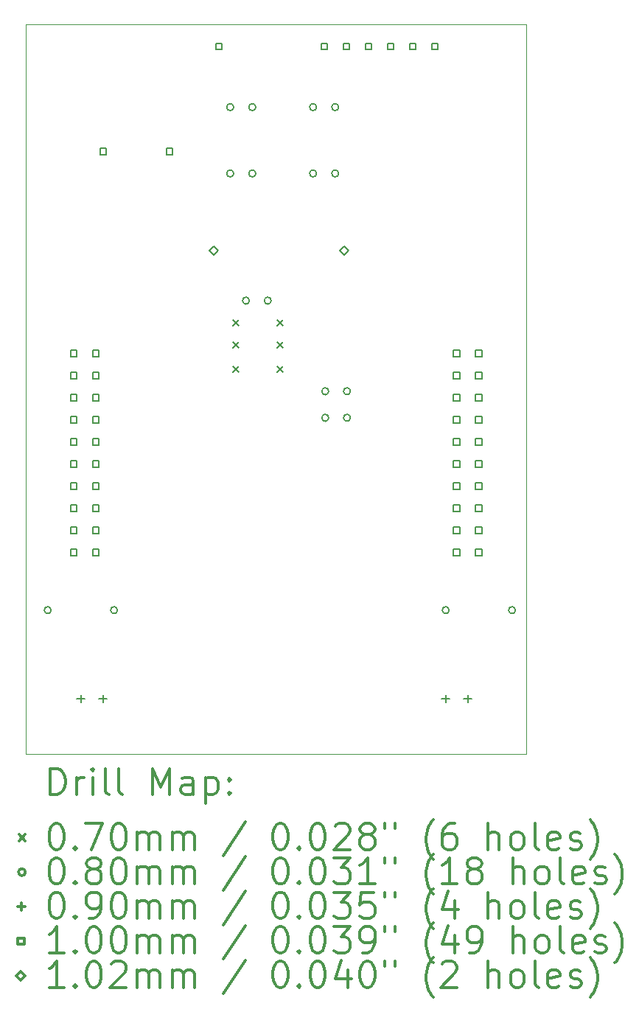
<source format=gbr>
%FSLAX45Y45*%
G04 Gerber Fmt 4.5, Leading zero omitted, Abs format (unit mm)*
G04 Created by KiCad (PCBNEW 5.1.5+dfsg1-2build2) date 2023-01-01 14:21:48*
%MOMM*%
%LPD*%
G04 APERTURE LIST*
%TA.AperFunction,Profile*%
%ADD10C,0.050000*%
%TD*%
%ADD11C,0.200000*%
%ADD12C,0.300000*%
G04 APERTURE END LIST*
D10*
X20868000Y-12954000D02*
X20868000Y-4572000D01*
X15113000Y-12954000D02*
X20868000Y-12954000D01*
X15113000Y-4572000D02*
X20868000Y-4572000D01*
X15113000Y-12954000D02*
X15113000Y-4572000D01*
D11*
X17491000Y-7966000D02*
X17561000Y-8036000D01*
X17561000Y-7966000D02*
X17491000Y-8036000D01*
X17999000Y-7966000D02*
X18069000Y-8036000D01*
X18069000Y-7966000D02*
X17999000Y-8036000D01*
X17491000Y-8220000D02*
X17561000Y-8290000D01*
X17561000Y-8220000D02*
X17491000Y-8290000D01*
X17999000Y-8220000D02*
X18069000Y-8290000D01*
X18069000Y-8220000D02*
X17999000Y-8290000D01*
X17491000Y-8499400D02*
X17561000Y-8569400D01*
X17561000Y-8499400D02*
X17491000Y-8569400D01*
X17999000Y-8499400D02*
X18069000Y-8569400D01*
X18069000Y-8499400D02*
X17999000Y-8569400D01*
X18594700Y-9093200D02*
G75*
G03X18594700Y-9093200I-40000J0D01*
G01*
X18844700Y-9093200D02*
G75*
G03X18844700Y-9093200I-40000J0D01*
G01*
X17502500Y-5524500D02*
G75*
G03X17502500Y-5524500I-40000J0D01*
G01*
X17502500Y-6286500D02*
G75*
G03X17502500Y-6286500I-40000J0D01*
G01*
X17756500Y-5524500D02*
G75*
G03X17756500Y-5524500I-40000J0D01*
G01*
X17756500Y-6286500D02*
G75*
G03X17756500Y-6286500I-40000J0D01*
G01*
X17684300Y-7747000D02*
G75*
G03X17684300Y-7747000I-40000J0D01*
G01*
X17934300Y-7747000D02*
G75*
G03X17934300Y-7747000I-40000J0D01*
G01*
X19979000Y-11303000D02*
G75*
G03X19979000Y-11303000I-40000J0D01*
G01*
X20741000Y-11303000D02*
G75*
G03X20741000Y-11303000I-40000J0D01*
G01*
X18455000Y-5524500D02*
G75*
G03X18455000Y-5524500I-40000J0D01*
G01*
X18455000Y-6286500D02*
G75*
G03X18455000Y-6286500I-40000J0D01*
G01*
X18709000Y-5524500D02*
G75*
G03X18709000Y-5524500I-40000J0D01*
G01*
X18709000Y-6286500D02*
G75*
G03X18709000Y-6286500I-40000J0D01*
G01*
X18594700Y-8788400D02*
G75*
G03X18594700Y-8788400I-40000J0D01*
G01*
X18844700Y-8788400D02*
G75*
G03X18844700Y-8788400I-40000J0D01*
G01*
X15407000Y-11303000D02*
G75*
G03X15407000Y-11303000I-40000J0D01*
G01*
X16169000Y-11303000D02*
G75*
G03X16169000Y-11303000I-40000J0D01*
G01*
X19939000Y-12274000D02*
X19939000Y-12364000D01*
X19894000Y-12319000D02*
X19984000Y-12319000D01*
X20193000Y-12274000D02*
X20193000Y-12364000D01*
X20148000Y-12319000D02*
X20238000Y-12319000D01*
X15748000Y-12274000D02*
X15748000Y-12364000D01*
X15703000Y-12319000D02*
X15793000Y-12319000D01*
X16002000Y-12274000D02*
X16002000Y-12364000D01*
X15957000Y-12319000D02*
X16047000Y-12319000D01*
X17370856Y-4861356D02*
X17370856Y-4790644D01*
X17300144Y-4790644D01*
X17300144Y-4861356D01*
X17370856Y-4861356D01*
X16039356Y-6067856D02*
X16039356Y-5997144D01*
X15968644Y-5997144D01*
X15968644Y-6067856D01*
X16039356Y-6067856D01*
X16799356Y-6067856D02*
X16799356Y-5997144D01*
X16728644Y-5997144D01*
X16728644Y-6067856D01*
X16799356Y-6067856D01*
X15698356Y-8389356D02*
X15698356Y-8318644D01*
X15627644Y-8318644D01*
X15627644Y-8389356D01*
X15698356Y-8389356D01*
X15698356Y-8643356D02*
X15698356Y-8572644D01*
X15627644Y-8572644D01*
X15627644Y-8643356D01*
X15698356Y-8643356D01*
X15698356Y-8897356D02*
X15698356Y-8826644D01*
X15627644Y-8826644D01*
X15627644Y-8897356D01*
X15698356Y-8897356D01*
X15698356Y-9151356D02*
X15698356Y-9080644D01*
X15627644Y-9080644D01*
X15627644Y-9151356D01*
X15698356Y-9151356D01*
X15698356Y-9405356D02*
X15698356Y-9334644D01*
X15627644Y-9334644D01*
X15627644Y-9405356D01*
X15698356Y-9405356D01*
X15698356Y-9659356D02*
X15698356Y-9588644D01*
X15627644Y-9588644D01*
X15627644Y-9659356D01*
X15698356Y-9659356D01*
X15698356Y-9913356D02*
X15698356Y-9842644D01*
X15627644Y-9842644D01*
X15627644Y-9913356D01*
X15698356Y-9913356D01*
X15698356Y-10167356D02*
X15698356Y-10096644D01*
X15627644Y-10096644D01*
X15627644Y-10167356D01*
X15698356Y-10167356D01*
X15698356Y-10421356D02*
X15698356Y-10350644D01*
X15627644Y-10350644D01*
X15627644Y-10421356D01*
X15698356Y-10421356D01*
X15698356Y-10675356D02*
X15698356Y-10604644D01*
X15627644Y-10604644D01*
X15627644Y-10675356D01*
X15698356Y-10675356D01*
X15952356Y-8389356D02*
X15952356Y-8318644D01*
X15881644Y-8318644D01*
X15881644Y-8389356D01*
X15952356Y-8389356D01*
X15952356Y-8643356D02*
X15952356Y-8572644D01*
X15881644Y-8572644D01*
X15881644Y-8643356D01*
X15952356Y-8643356D01*
X15952356Y-8897356D02*
X15952356Y-8826644D01*
X15881644Y-8826644D01*
X15881644Y-8897356D01*
X15952356Y-8897356D01*
X15952356Y-9151356D02*
X15952356Y-9080644D01*
X15881644Y-9080644D01*
X15881644Y-9151356D01*
X15952356Y-9151356D01*
X15952356Y-9405356D02*
X15952356Y-9334644D01*
X15881644Y-9334644D01*
X15881644Y-9405356D01*
X15952356Y-9405356D01*
X15952356Y-9659356D02*
X15952356Y-9588644D01*
X15881644Y-9588644D01*
X15881644Y-9659356D01*
X15952356Y-9659356D01*
X15952356Y-9913356D02*
X15952356Y-9842644D01*
X15881644Y-9842644D01*
X15881644Y-9913356D01*
X15952356Y-9913356D01*
X15952356Y-10167356D02*
X15952356Y-10096644D01*
X15881644Y-10096644D01*
X15881644Y-10167356D01*
X15952356Y-10167356D01*
X15952356Y-10421356D02*
X15952356Y-10350644D01*
X15881644Y-10350644D01*
X15881644Y-10421356D01*
X15952356Y-10421356D01*
X15952356Y-10675356D02*
X15952356Y-10604644D01*
X15881644Y-10604644D01*
X15881644Y-10675356D01*
X15952356Y-10675356D01*
X18577356Y-4861356D02*
X18577356Y-4790644D01*
X18506644Y-4790644D01*
X18506644Y-4861356D01*
X18577356Y-4861356D01*
X18831356Y-4861356D02*
X18831356Y-4790644D01*
X18760644Y-4790644D01*
X18760644Y-4861356D01*
X18831356Y-4861356D01*
X19085356Y-4861356D02*
X19085356Y-4790644D01*
X19014644Y-4790644D01*
X19014644Y-4861356D01*
X19085356Y-4861356D01*
X19339356Y-4861356D02*
X19339356Y-4790644D01*
X19268644Y-4790644D01*
X19268644Y-4861356D01*
X19339356Y-4861356D01*
X19593356Y-4861356D02*
X19593356Y-4790644D01*
X19522644Y-4790644D01*
X19522644Y-4861356D01*
X19593356Y-4861356D01*
X19847356Y-4861356D02*
X19847356Y-4790644D01*
X19776644Y-4790644D01*
X19776644Y-4861356D01*
X19847356Y-4861356D01*
X20098356Y-8389356D02*
X20098356Y-8318644D01*
X20027644Y-8318644D01*
X20027644Y-8389356D01*
X20098356Y-8389356D01*
X20098356Y-8643356D02*
X20098356Y-8572644D01*
X20027644Y-8572644D01*
X20027644Y-8643356D01*
X20098356Y-8643356D01*
X20098356Y-8897356D02*
X20098356Y-8826644D01*
X20027644Y-8826644D01*
X20027644Y-8897356D01*
X20098356Y-8897356D01*
X20098356Y-9151356D02*
X20098356Y-9080644D01*
X20027644Y-9080644D01*
X20027644Y-9151356D01*
X20098356Y-9151356D01*
X20098356Y-9405356D02*
X20098356Y-9334644D01*
X20027644Y-9334644D01*
X20027644Y-9405356D01*
X20098356Y-9405356D01*
X20098356Y-9659356D02*
X20098356Y-9588644D01*
X20027644Y-9588644D01*
X20027644Y-9659356D01*
X20098356Y-9659356D01*
X20098356Y-9913356D02*
X20098356Y-9842644D01*
X20027644Y-9842644D01*
X20027644Y-9913356D01*
X20098356Y-9913356D01*
X20098356Y-10167356D02*
X20098356Y-10096644D01*
X20027644Y-10096644D01*
X20027644Y-10167356D01*
X20098356Y-10167356D01*
X20098356Y-10421356D02*
X20098356Y-10350644D01*
X20027644Y-10350644D01*
X20027644Y-10421356D01*
X20098356Y-10421356D01*
X20098356Y-10675356D02*
X20098356Y-10604644D01*
X20027644Y-10604644D01*
X20027644Y-10675356D01*
X20098356Y-10675356D01*
X20352356Y-8389356D02*
X20352356Y-8318644D01*
X20281644Y-8318644D01*
X20281644Y-8389356D01*
X20352356Y-8389356D01*
X20352356Y-8643356D02*
X20352356Y-8572644D01*
X20281644Y-8572644D01*
X20281644Y-8643356D01*
X20352356Y-8643356D01*
X20352356Y-8897356D02*
X20352356Y-8826644D01*
X20281644Y-8826644D01*
X20281644Y-8897356D01*
X20352356Y-8897356D01*
X20352356Y-9151356D02*
X20352356Y-9080644D01*
X20281644Y-9080644D01*
X20281644Y-9151356D01*
X20352356Y-9151356D01*
X20352356Y-9405356D02*
X20352356Y-9334644D01*
X20281644Y-9334644D01*
X20281644Y-9405356D01*
X20352356Y-9405356D01*
X20352356Y-9659356D02*
X20352356Y-9588644D01*
X20281644Y-9588644D01*
X20281644Y-9659356D01*
X20352356Y-9659356D01*
X20352356Y-9913356D02*
X20352356Y-9842644D01*
X20281644Y-9842644D01*
X20281644Y-9913356D01*
X20352356Y-9913356D01*
X20352356Y-10167356D02*
X20352356Y-10096644D01*
X20281644Y-10096644D01*
X20281644Y-10167356D01*
X20352356Y-10167356D01*
X20352356Y-10421356D02*
X20352356Y-10350644D01*
X20281644Y-10350644D01*
X20281644Y-10421356D01*
X20352356Y-10421356D01*
X20352356Y-10675356D02*
X20352356Y-10604644D01*
X20281644Y-10604644D01*
X20281644Y-10675356D01*
X20352356Y-10675356D01*
X17272000Y-7226500D02*
X17323000Y-7175500D01*
X17272000Y-7124500D01*
X17221000Y-7175500D01*
X17272000Y-7226500D01*
X18771000Y-7226500D02*
X18822000Y-7175500D01*
X18771000Y-7124500D01*
X18720000Y-7175500D01*
X18771000Y-7226500D01*
D12*
X15396928Y-13422214D02*
X15396928Y-13122214D01*
X15468357Y-13122214D01*
X15511214Y-13136500D01*
X15539786Y-13165071D01*
X15554071Y-13193643D01*
X15568357Y-13250786D01*
X15568357Y-13293643D01*
X15554071Y-13350786D01*
X15539786Y-13379357D01*
X15511214Y-13407929D01*
X15468357Y-13422214D01*
X15396928Y-13422214D01*
X15696928Y-13422214D02*
X15696928Y-13222214D01*
X15696928Y-13279357D02*
X15711214Y-13250786D01*
X15725500Y-13236500D01*
X15754071Y-13222214D01*
X15782643Y-13222214D01*
X15882643Y-13422214D02*
X15882643Y-13222214D01*
X15882643Y-13122214D02*
X15868357Y-13136500D01*
X15882643Y-13150786D01*
X15896928Y-13136500D01*
X15882643Y-13122214D01*
X15882643Y-13150786D01*
X16068357Y-13422214D02*
X16039786Y-13407929D01*
X16025500Y-13379357D01*
X16025500Y-13122214D01*
X16225500Y-13422214D02*
X16196928Y-13407929D01*
X16182643Y-13379357D01*
X16182643Y-13122214D01*
X16568357Y-13422214D02*
X16568357Y-13122214D01*
X16668357Y-13336500D01*
X16768357Y-13122214D01*
X16768357Y-13422214D01*
X17039786Y-13422214D02*
X17039786Y-13265071D01*
X17025500Y-13236500D01*
X16996928Y-13222214D01*
X16939786Y-13222214D01*
X16911214Y-13236500D01*
X17039786Y-13407929D02*
X17011214Y-13422214D01*
X16939786Y-13422214D01*
X16911214Y-13407929D01*
X16896928Y-13379357D01*
X16896928Y-13350786D01*
X16911214Y-13322214D01*
X16939786Y-13307929D01*
X17011214Y-13307929D01*
X17039786Y-13293643D01*
X17182643Y-13222214D02*
X17182643Y-13522214D01*
X17182643Y-13236500D02*
X17211214Y-13222214D01*
X17268357Y-13222214D01*
X17296928Y-13236500D01*
X17311214Y-13250786D01*
X17325500Y-13279357D01*
X17325500Y-13365071D01*
X17311214Y-13393643D01*
X17296928Y-13407929D01*
X17268357Y-13422214D01*
X17211214Y-13422214D01*
X17182643Y-13407929D01*
X17454071Y-13393643D02*
X17468357Y-13407929D01*
X17454071Y-13422214D01*
X17439786Y-13407929D01*
X17454071Y-13393643D01*
X17454071Y-13422214D01*
X17454071Y-13236500D02*
X17468357Y-13250786D01*
X17454071Y-13265071D01*
X17439786Y-13250786D01*
X17454071Y-13236500D01*
X17454071Y-13265071D01*
X15040500Y-13881500D02*
X15110500Y-13951500D01*
X15110500Y-13881500D02*
X15040500Y-13951500D01*
X15454071Y-13752214D02*
X15482643Y-13752214D01*
X15511214Y-13766500D01*
X15525500Y-13780786D01*
X15539786Y-13809357D01*
X15554071Y-13866500D01*
X15554071Y-13937929D01*
X15539786Y-13995071D01*
X15525500Y-14023643D01*
X15511214Y-14037929D01*
X15482643Y-14052214D01*
X15454071Y-14052214D01*
X15425500Y-14037929D01*
X15411214Y-14023643D01*
X15396928Y-13995071D01*
X15382643Y-13937929D01*
X15382643Y-13866500D01*
X15396928Y-13809357D01*
X15411214Y-13780786D01*
X15425500Y-13766500D01*
X15454071Y-13752214D01*
X15682643Y-14023643D02*
X15696928Y-14037929D01*
X15682643Y-14052214D01*
X15668357Y-14037929D01*
X15682643Y-14023643D01*
X15682643Y-14052214D01*
X15796928Y-13752214D02*
X15996928Y-13752214D01*
X15868357Y-14052214D01*
X16168357Y-13752214D02*
X16196928Y-13752214D01*
X16225500Y-13766500D01*
X16239786Y-13780786D01*
X16254071Y-13809357D01*
X16268357Y-13866500D01*
X16268357Y-13937929D01*
X16254071Y-13995071D01*
X16239786Y-14023643D01*
X16225500Y-14037929D01*
X16196928Y-14052214D01*
X16168357Y-14052214D01*
X16139786Y-14037929D01*
X16125500Y-14023643D01*
X16111214Y-13995071D01*
X16096928Y-13937929D01*
X16096928Y-13866500D01*
X16111214Y-13809357D01*
X16125500Y-13780786D01*
X16139786Y-13766500D01*
X16168357Y-13752214D01*
X16396928Y-14052214D02*
X16396928Y-13852214D01*
X16396928Y-13880786D02*
X16411214Y-13866500D01*
X16439786Y-13852214D01*
X16482643Y-13852214D01*
X16511214Y-13866500D01*
X16525500Y-13895071D01*
X16525500Y-14052214D01*
X16525500Y-13895071D02*
X16539786Y-13866500D01*
X16568357Y-13852214D01*
X16611214Y-13852214D01*
X16639786Y-13866500D01*
X16654071Y-13895071D01*
X16654071Y-14052214D01*
X16796928Y-14052214D02*
X16796928Y-13852214D01*
X16796928Y-13880786D02*
X16811214Y-13866500D01*
X16839786Y-13852214D01*
X16882643Y-13852214D01*
X16911214Y-13866500D01*
X16925500Y-13895071D01*
X16925500Y-14052214D01*
X16925500Y-13895071D02*
X16939786Y-13866500D01*
X16968357Y-13852214D01*
X17011214Y-13852214D01*
X17039786Y-13866500D01*
X17054071Y-13895071D01*
X17054071Y-14052214D01*
X17639786Y-13737929D02*
X17382643Y-14123643D01*
X18025500Y-13752214D02*
X18054071Y-13752214D01*
X18082643Y-13766500D01*
X18096928Y-13780786D01*
X18111214Y-13809357D01*
X18125500Y-13866500D01*
X18125500Y-13937929D01*
X18111214Y-13995071D01*
X18096928Y-14023643D01*
X18082643Y-14037929D01*
X18054071Y-14052214D01*
X18025500Y-14052214D01*
X17996928Y-14037929D01*
X17982643Y-14023643D01*
X17968357Y-13995071D01*
X17954071Y-13937929D01*
X17954071Y-13866500D01*
X17968357Y-13809357D01*
X17982643Y-13780786D01*
X17996928Y-13766500D01*
X18025500Y-13752214D01*
X18254071Y-14023643D02*
X18268357Y-14037929D01*
X18254071Y-14052214D01*
X18239786Y-14037929D01*
X18254071Y-14023643D01*
X18254071Y-14052214D01*
X18454071Y-13752214D02*
X18482643Y-13752214D01*
X18511214Y-13766500D01*
X18525500Y-13780786D01*
X18539786Y-13809357D01*
X18554071Y-13866500D01*
X18554071Y-13937929D01*
X18539786Y-13995071D01*
X18525500Y-14023643D01*
X18511214Y-14037929D01*
X18482643Y-14052214D01*
X18454071Y-14052214D01*
X18425500Y-14037929D01*
X18411214Y-14023643D01*
X18396928Y-13995071D01*
X18382643Y-13937929D01*
X18382643Y-13866500D01*
X18396928Y-13809357D01*
X18411214Y-13780786D01*
X18425500Y-13766500D01*
X18454071Y-13752214D01*
X18668357Y-13780786D02*
X18682643Y-13766500D01*
X18711214Y-13752214D01*
X18782643Y-13752214D01*
X18811214Y-13766500D01*
X18825500Y-13780786D01*
X18839786Y-13809357D01*
X18839786Y-13837929D01*
X18825500Y-13880786D01*
X18654071Y-14052214D01*
X18839786Y-14052214D01*
X19011214Y-13880786D02*
X18982643Y-13866500D01*
X18968357Y-13852214D01*
X18954071Y-13823643D01*
X18954071Y-13809357D01*
X18968357Y-13780786D01*
X18982643Y-13766500D01*
X19011214Y-13752214D01*
X19068357Y-13752214D01*
X19096928Y-13766500D01*
X19111214Y-13780786D01*
X19125500Y-13809357D01*
X19125500Y-13823643D01*
X19111214Y-13852214D01*
X19096928Y-13866500D01*
X19068357Y-13880786D01*
X19011214Y-13880786D01*
X18982643Y-13895071D01*
X18968357Y-13909357D01*
X18954071Y-13937929D01*
X18954071Y-13995071D01*
X18968357Y-14023643D01*
X18982643Y-14037929D01*
X19011214Y-14052214D01*
X19068357Y-14052214D01*
X19096928Y-14037929D01*
X19111214Y-14023643D01*
X19125500Y-13995071D01*
X19125500Y-13937929D01*
X19111214Y-13909357D01*
X19096928Y-13895071D01*
X19068357Y-13880786D01*
X19239786Y-13752214D02*
X19239786Y-13809357D01*
X19354071Y-13752214D02*
X19354071Y-13809357D01*
X19796928Y-14166500D02*
X19782643Y-14152214D01*
X19754071Y-14109357D01*
X19739786Y-14080786D01*
X19725500Y-14037929D01*
X19711214Y-13966500D01*
X19711214Y-13909357D01*
X19725500Y-13837929D01*
X19739786Y-13795071D01*
X19754071Y-13766500D01*
X19782643Y-13723643D01*
X19796928Y-13709357D01*
X20039786Y-13752214D02*
X19982643Y-13752214D01*
X19954071Y-13766500D01*
X19939786Y-13780786D01*
X19911214Y-13823643D01*
X19896928Y-13880786D01*
X19896928Y-13995071D01*
X19911214Y-14023643D01*
X19925500Y-14037929D01*
X19954071Y-14052214D01*
X20011214Y-14052214D01*
X20039786Y-14037929D01*
X20054071Y-14023643D01*
X20068357Y-13995071D01*
X20068357Y-13923643D01*
X20054071Y-13895071D01*
X20039786Y-13880786D01*
X20011214Y-13866500D01*
X19954071Y-13866500D01*
X19925500Y-13880786D01*
X19911214Y-13895071D01*
X19896928Y-13923643D01*
X20425500Y-14052214D02*
X20425500Y-13752214D01*
X20554071Y-14052214D02*
X20554071Y-13895071D01*
X20539786Y-13866500D01*
X20511214Y-13852214D01*
X20468357Y-13852214D01*
X20439786Y-13866500D01*
X20425500Y-13880786D01*
X20739786Y-14052214D02*
X20711214Y-14037929D01*
X20696928Y-14023643D01*
X20682643Y-13995071D01*
X20682643Y-13909357D01*
X20696928Y-13880786D01*
X20711214Y-13866500D01*
X20739786Y-13852214D01*
X20782643Y-13852214D01*
X20811214Y-13866500D01*
X20825500Y-13880786D01*
X20839786Y-13909357D01*
X20839786Y-13995071D01*
X20825500Y-14023643D01*
X20811214Y-14037929D01*
X20782643Y-14052214D01*
X20739786Y-14052214D01*
X21011214Y-14052214D02*
X20982643Y-14037929D01*
X20968357Y-14009357D01*
X20968357Y-13752214D01*
X21239786Y-14037929D02*
X21211214Y-14052214D01*
X21154071Y-14052214D01*
X21125500Y-14037929D01*
X21111214Y-14009357D01*
X21111214Y-13895071D01*
X21125500Y-13866500D01*
X21154071Y-13852214D01*
X21211214Y-13852214D01*
X21239786Y-13866500D01*
X21254071Y-13895071D01*
X21254071Y-13923643D01*
X21111214Y-13952214D01*
X21368357Y-14037929D02*
X21396928Y-14052214D01*
X21454071Y-14052214D01*
X21482643Y-14037929D01*
X21496928Y-14009357D01*
X21496928Y-13995071D01*
X21482643Y-13966500D01*
X21454071Y-13952214D01*
X21411214Y-13952214D01*
X21382643Y-13937929D01*
X21368357Y-13909357D01*
X21368357Y-13895071D01*
X21382643Y-13866500D01*
X21411214Y-13852214D01*
X21454071Y-13852214D01*
X21482643Y-13866500D01*
X21596928Y-14166500D02*
X21611214Y-14152214D01*
X21639786Y-14109357D01*
X21654071Y-14080786D01*
X21668357Y-14037929D01*
X21682643Y-13966500D01*
X21682643Y-13909357D01*
X21668357Y-13837929D01*
X21654071Y-13795071D01*
X21639786Y-13766500D01*
X21611214Y-13723643D01*
X21596928Y-13709357D01*
X15110500Y-14312500D02*
G75*
G03X15110500Y-14312500I-40000J0D01*
G01*
X15454071Y-14148214D02*
X15482643Y-14148214D01*
X15511214Y-14162500D01*
X15525500Y-14176786D01*
X15539786Y-14205357D01*
X15554071Y-14262500D01*
X15554071Y-14333929D01*
X15539786Y-14391071D01*
X15525500Y-14419643D01*
X15511214Y-14433929D01*
X15482643Y-14448214D01*
X15454071Y-14448214D01*
X15425500Y-14433929D01*
X15411214Y-14419643D01*
X15396928Y-14391071D01*
X15382643Y-14333929D01*
X15382643Y-14262500D01*
X15396928Y-14205357D01*
X15411214Y-14176786D01*
X15425500Y-14162500D01*
X15454071Y-14148214D01*
X15682643Y-14419643D02*
X15696928Y-14433929D01*
X15682643Y-14448214D01*
X15668357Y-14433929D01*
X15682643Y-14419643D01*
X15682643Y-14448214D01*
X15868357Y-14276786D02*
X15839786Y-14262500D01*
X15825500Y-14248214D01*
X15811214Y-14219643D01*
X15811214Y-14205357D01*
X15825500Y-14176786D01*
X15839786Y-14162500D01*
X15868357Y-14148214D01*
X15925500Y-14148214D01*
X15954071Y-14162500D01*
X15968357Y-14176786D01*
X15982643Y-14205357D01*
X15982643Y-14219643D01*
X15968357Y-14248214D01*
X15954071Y-14262500D01*
X15925500Y-14276786D01*
X15868357Y-14276786D01*
X15839786Y-14291071D01*
X15825500Y-14305357D01*
X15811214Y-14333929D01*
X15811214Y-14391071D01*
X15825500Y-14419643D01*
X15839786Y-14433929D01*
X15868357Y-14448214D01*
X15925500Y-14448214D01*
X15954071Y-14433929D01*
X15968357Y-14419643D01*
X15982643Y-14391071D01*
X15982643Y-14333929D01*
X15968357Y-14305357D01*
X15954071Y-14291071D01*
X15925500Y-14276786D01*
X16168357Y-14148214D02*
X16196928Y-14148214D01*
X16225500Y-14162500D01*
X16239786Y-14176786D01*
X16254071Y-14205357D01*
X16268357Y-14262500D01*
X16268357Y-14333929D01*
X16254071Y-14391071D01*
X16239786Y-14419643D01*
X16225500Y-14433929D01*
X16196928Y-14448214D01*
X16168357Y-14448214D01*
X16139786Y-14433929D01*
X16125500Y-14419643D01*
X16111214Y-14391071D01*
X16096928Y-14333929D01*
X16096928Y-14262500D01*
X16111214Y-14205357D01*
X16125500Y-14176786D01*
X16139786Y-14162500D01*
X16168357Y-14148214D01*
X16396928Y-14448214D02*
X16396928Y-14248214D01*
X16396928Y-14276786D02*
X16411214Y-14262500D01*
X16439786Y-14248214D01*
X16482643Y-14248214D01*
X16511214Y-14262500D01*
X16525500Y-14291071D01*
X16525500Y-14448214D01*
X16525500Y-14291071D02*
X16539786Y-14262500D01*
X16568357Y-14248214D01*
X16611214Y-14248214D01*
X16639786Y-14262500D01*
X16654071Y-14291071D01*
X16654071Y-14448214D01*
X16796928Y-14448214D02*
X16796928Y-14248214D01*
X16796928Y-14276786D02*
X16811214Y-14262500D01*
X16839786Y-14248214D01*
X16882643Y-14248214D01*
X16911214Y-14262500D01*
X16925500Y-14291071D01*
X16925500Y-14448214D01*
X16925500Y-14291071D02*
X16939786Y-14262500D01*
X16968357Y-14248214D01*
X17011214Y-14248214D01*
X17039786Y-14262500D01*
X17054071Y-14291071D01*
X17054071Y-14448214D01*
X17639786Y-14133929D02*
X17382643Y-14519643D01*
X18025500Y-14148214D02*
X18054071Y-14148214D01*
X18082643Y-14162500D01*
X18096928Y-14176786D01*
X18111214Y-14205357D01*
X18125500Y-14262500D01*
X18125500Y-14333929D01*
X18111214Y-14391071D01*
X18096928Y-14419643D01*
X18082643Y-14433929D01*
X18054071Y-14448214D01*
X18025500Y-14448214D01*
X17996928Y-14433929D01*
X17982643Y-14419643D01*
X17968357Y-14391071D01*
X17954071Y-14333929D01*
X17954071Y-14262500D01*
X17968357Y-14205357D01*
X17982643Y-14176786D01*
X17996928Y-14162500D01*
X18025500Y-14148214D01*
X18254071Y-14419643D02*
X18268357Y-14433929D01*
X18254071Y-14448214D01*
X18239786Y-14433929D01*
X18254071Y-14419643D01*
X18254071Y-14448214D01*
X18454071Y-14148214D02*
X18482643Y-14148214D01*
X18511214Y-14162500D01*
X18525500Y-14176786D01*
X18539786Y-14205357D01*
X18554071Y-14262500D01*
X18554071Y-14333929D01*
X18539786Y-14391071D01*
X18525500Y-14419643D01*
X18511214Y-14433929D01*
X18482643Y-14448214D01*
X18454071Y-14448214D01*
X18425500Y-14433929D01*
X18411214Y-14419643D01*
X18396928Y-14391071D01*
X18382643Y-14333929D01*
X18382643Y-14262500D01*
X18396928Y-14205357D01*
X18411214Y-14176786D01*
X18425500Y-14162500D01*
X18454071Y-14148214D01*
X18654071Y-14148214D02*
X18839786Y-14148214D01*
X18739786Y-14262500D01*
X18782643Y-14262500D01*
X18811214Y-14276786D01*
X18825500Y-14291071D01*
X18839786Y-14319643D01*
X18839786Y-14391071D01*
X18825500Y-14419643D01*
X18811214Y-14433929D01*
X18782643Y-14448214D01*
X18696928Y-14448214D01*
X18668357Y-14433929D01*
X18654071Y-14419643D01*
X19125500Y-14448214D02*
X18954071Y-14448214D01*
X19039786Y-14448214D02*
X19039786Y-14148214D01*
X19011214Y-14191071D01*
X18982643Y-14219643D01*
X18954071Y-14233929D01*
X19239786Y-14148214D02*
X19239786Y-14205357D01*
X19354071Y-14148214D02*
X19354071Y-14205357D01*
X19796928Y-14562500D02*
X19782643Y-14548214D01*
X19754071Y-14505357D01*
X19739786Y-14476786D01*
X19725500Y-14433929D01*
X19711214Y-14362500D01*
X19711214Y-14305357D01*
X19725500Y-14233929D01*
X19739786Y-14191071D01*
X19754071Y-14162500D01*
X19782643Y-14119643D01*
X19796928Y-14105357D01*
X20068357Y-14448214D02*
X19896928Y-14448214D01*
X19982643Y-14448214D02*
X19982643Y-14148214D01*
X19954071Y-14191071D01*
X19925500Y-14219643D01*
X19896928Y-14233929D01*
X20239786Y-14276786D02*
X20211214Y-14262500D01*
X20196928Y-14248214D01*
X20182643Y-14219643D01*
X20182643Y-14205357D01*
X20196928Y-14176786D01*
X20211214Y-14162500D01*
X20239786Y-14148214D01*
X20296928Y-14148214D01*
X20325500Y-14162500D01*
X20339786Y-14176786D01*
X20354071Y-14205357D01*
X20354071Y-14219643D01*
X20339786Y-14248214D01*
X20325500Y-14262500D01*
X20296928Y-14276786D01*
X20239786Y-14276786D01*
X20211214Y-14291071D01*
X20196928Y-14305357D01*
X20182643Y-14333929D01*
X20182643Y-14391071D01*
X20196928Y-14419643D01*
X20211214Y-14433929D01*
X20239786Y-14448214D01*
X20296928Y-14448214D01*
X20325500Y-14433929D01*
X20339786Y-14419643D01*
X20354071Y-14391071D01*
X20354071Y-14333929D01*
X20339786Y-14305357D01*
X20325500Y-14291071D01*
X20296928Y-14276786D01*
X20711214Y-14448214D02*
X20711214Y-14148214D01*
X20839786Y-14448214D02*
X20839786Y-14291071D01*
X20825500Y-14262500D01*
X20796928Y-14248214D01*
X20754071Y-14248214D01*
X20725500Y-14262500D01*
X20711214Y-14276786D01*
X21025500Y-14448214D02*
X20996928Y-14433929D01*
X20982643Y-14419643D01*
X20968357Y-14391071D01*
X20968357Y-14305357D01*
X20982643Y-14276786D01*
X20996928Y-14262500D01*
X21025500Y-14248214D01*
X21068357Y-14248214D01*
X21096928Y-14262500D01*
X21111214Y-14276786D01*
X21125500Y-14305357D01*
X21125500Y-14391071D01*
X21111214Y-14419643D01*
X21096928Y-14433929D01*
X21068357Y-14448214D01*
X21025500Y-14448214D01*
X21296928Y-14448214D02*
X21268357Y-14433929D01*
X21254071Y-14405357D01*
X21254071Y-14148214D01*
X21525500Y-14433929D02*
X21496928Y-14448214D01*
X21439786Y-14448214D01*
X21411214Y-14433929D01*
X21396928Y-14405357D01*
X21396928Y-14291071D01*
X21411214Y-14262500D01*
X21439786Y-14248214D01*
X21496928Y-14248214D01*
X21525500Y-14262500D01*
X21539786Y-14291071D01*
X21539786Y-14319643D01*
X21396928Y-14348214D01*
X21654071Y-14433929D02*
X21682643Y-14448214D01*
X21739786Y-14448214D01*
X21768357Y-14433929D01*
X21782643Y-14405357D01*
X21782643Y-14391071D01*
X21768357Y-14362500D01*
X21739786Y-14348214D01*
X21696928Y-14348214D01*
X21668357Y-14333929D01*
X21654071Y-14305357D01*
X21654071Y-14291071D01*
X21668357Y-14262500D01*
X21696928Y-14248214D01*
X21739786Y-14248214D01*
X21768357Y-14262500D01*
X21882643Y-14562500D02*
X21896928Y-14548214D01*
X21925500Y-14505357D01*
X21939786Y-14476786D01*
X21954071Y-14433929D01*
X21968357Y-14362500D01*
X21968357Y-14305357D01*
X21954071Y-14233929D01*
X21939786Y-14191071D01*
X21925500Y-14162500D01*
X21896928Y-14119643D01*
X21882643Y-14105357D01*
X15065500Y-14663500D02*
X15065500Y-14753500D01*
X15020500Y-14708500D02*
X15110500Y-14708500D01*
X15454071Y-14544214D02*
X15482643Y-14544214D01*
X15511214Y-14558500D01*
X15525500Y-14572786D01*
X15539786Y-14601357D01*
X15554071Y-14658500D01*
X15554071Y-14729929D01*
X15539786Y-14787071D01*
X15525500Y-14815643D01*
X15511214Y-14829929D01*
X15482643Y-14844214D01*
X15454071Y-14844214D01*
X15425500Y-14829929D01*
X15411214Y-14815643D01*
X15396928Y-14787071D01*
X15382643Y-14729929D01*
X15382643Y-14658500D01*
X15396928Y-14601357D01*
X15411214Y-14572786D01*
X15425500Y-14558500D01*
X15454071Y-14544214D01*
X15682643Y-14815643D02*
X15696928Y-14829929D01*
X15682643Y-14844214D01*
X15668357Y-14829929D01*
X15682643Y-14815643D01*
X15682643Y-14844214D01*
X15839786Y-14844214D02*
X15896928Y-14844214D01*
X15925500Y-14829929D01*
X15939786Y-14815643D01*
X15968357Y-14772786D01*
X15982643Y-14715643D01*
X15982643Y-14601357D01*
X15968357Y-14572786D01*
X15954071Y-14558500D01*
X15925500Y-14544214D01*
X15868357Y-14544214D01*
X15839786Y-14558500D01*
X15825500Y-14572786D01*
X15811214Y-14601357D01*
X15811214Y-14672786D01*
X15825500Y-14701357D01*
X15839786Y-14715643D01*
X15868357Y-14729929D01*
X15925500Y-14729929D01*
X15954071Y-14715643D01*
X15968357Y-14701357D01*
X15982643Y-14672786D01*
X16168357Y-14544214D02*
X16196928Y-14544214D01*
X16225500Y-14558500D01*
X16239786Y-14572786D01*
X16254071Y-14601357D01*
X16268357Y-14658500D01*
X16268357Y-14729929D01*
X16254071Y-14787071D01*
X16239786Y-14815643D01*
X16225500Y-14829929D01*
X16196928Y-14844214D01*
X16168357Y-14844214D01*
X16139786Y-14829929D01*
X16125500Y-14815643D01*
X16111214Y-14787071D01*
X16096928Y-14729929D01*
X16096928Y-14658500D01*
X16111214Y-14601357D01*
X16125500Y-14572786D01*
X16139786Y-14558500D01*
X16168357Y-14544214D01*
X16396928Y-14844214D02*
X16396928Y-14644214D01*
X16396928Y-14672786D02*
X16411214Y-14658500D01*
X16439786Y-14644214D01*
X16482643Y-14644214D01*
X16511214Y-14658500D01*
X16525500Y-14687071D01*
X16525500Y-14844214D01*
X16525500Y-14687071D02*
X16539786Y-14658500D01*
X16568357Y-14644214D01*
X16611214Y-14644214D01*
X16639786Y-14658500D01*
X16654071Y-14687071D01*
X16654071Y-14844214D01*
X16796928Y-14844214D02*
X16796928Y-14644214D01*
X16796928Y-14672786D02*
X16811214Y-14658500D01*
X16839786Y-14644214D01*
X16882643Y-14644214D01*
X16911214Y-14658500D01*
X16925500Y-14687071D01*
X16925500Y-14844214D01*
X16925500Y-14687071D02*
X16939786Y-14658500D01*
X16968357Y-14644214D01*
X17011214Y-14644214D01*
X17039786Y-14658500D01*
X17054071Y-14687071D01*
X17054071Y-14844214D01*
X17639786Y-14529929D02*
X17382643Y-14915643D01*
X18025500Y-14544214D02*
X18054071Y-14544214D01*
X18082643Y-14558500D01*
X18096928Y-14572786D01*
X18111214Y-14601357D01*
X18125500Y-14658500D01*
X18125500Y-14729929D01*
X18111214Y-14787071D01*
X18096928Y-14815643D01*
X18082643Y-14829929D01*
X18054071Y-14844214D01*
X18025500Y-14844214D01*
X17996928Y-14829929D01*
X17982643Y-14815643D01*
X17968357Y-14787071D01*
X17954071Y-14729929D01*
X17954071Y-14658500D01*
X17968357Y-14601357D01*
X17982643Y-14572786D01*
X17996928Y-14558500D01*
X18025500Y-14544214D01*
X18254071Y-14815643D02*
X18268357Y-14829929D01*
X18254071Y-14844214D01*
X18239786Y-14829929D01*
X18254071Y-14815643D01*
X18254071Y-14844214D01*
X18454071Y-14544214D02*
X18482643Y-14544214D01*
X18511214Y-14558500D01*
X18525500Y-14572786D01*
X18539786Y-14601357D01*
X18554071Y-14658500D01*
X18554071Y-14729929D01*
X18539786Y-14787071D01*
X18525500Y-14815643D01*
X18511214Y-14829929D01*
X18482643Y-14844214D01*
X18454071Y-14844214D01*
X18425500Y-14829929D01*
X18411214Y-14815643D01*
X18396928Y-14787071D01*
X18382643Y-14729929D01*
X18382643Y-14658500D01*
X18396928Y-14601357D01*
X18411214Y-14572786D01*
X18425500Y-14558500D01*
X18454071Y-14544214D01*
X18654071Y-14544214D02*
X18839786Y-14544214D01*
X18739786Y-14658500D01*
X18782643Y-14658500D01*
X18811214Y-14672786D01*
X18825500Y-14687071D01*
X18839786Y-14715643D01*
X18839786Y-14787071D01*
X18825500Y-14815643D01*
X18811214Y-14829929D01*
X18782643Y-14844214D01*
X18696928Y-14844214D01*
X18668357Y-14829929D01*
X18654071Y-14815643D01*
X19111214Y-14544214D02*
X18968357Y-14544214D01*
X18954071Y-14687071D01*
X18968357Y-14672786D01*
X18996928Y-14658500D01*
X19068357Y-14658500D01*
X19096928Y-14672786D01*
X19111214Y-14687071D01*
X19125500Y-14715643D01*
X19125500Y-14787071D01*
X19111214Y-14815643D01*
X19096928Y-14829929D01*
X19068357Y-14844214D01*
X18996928Y-14844214D01*
X18968357Y-14829929D01*
X18954071Y-14815643D01*
X19239786Y-14544214D02*
X19239786Y-14601357D01*
X19354071Y-14544214D02*
X19354071Y-14601357D01*
X19796928Y-14958500D02*
X19782643Y-14944214D01*
X19754071Y-14901357D01*
X19739786Y-14872786D01*
X19725500Y-14829929D01*
X19711214Y-14758500D01*
X19711214Y-14701357D01*
X19725500Y-14629929D01*
X19739786Y-14587071D01*
X19754071Y-14558500D01*
X19782643Y-14515643D01*
X19796928Y-14501357D01*
X20039786Y-14644214D02*
X20039786Y-14844214D01*
X19968357Y-14529929D02*
X19896928Y-14744214D01*
X20082643Y-14744214D01*
X20425500Y-14844214D02*
X20425500Y-14544214D01*
X20554071Y-14844214D02*
X20554071Y-14687071D01*
X20539786Y-14658500D01*
X20511214Y-14644214D01*
X20468357Y-14644214D01*
X20439786Y-14658500D01*
X20425500Y-14672786D01*
X20739786Y-14844214D02*
X20711214Y-14829929D01*
X20696928Y-14815643D01*
X20682643Y-14787071D01*
X20682643Y-14701357D01*
X20696928Y-14672786D01*
X20711214Y-14658500D01*
X20739786Y-14644214D01*
X20782643Y-14644214D01*
X20811214Y-14658500D01*
X20825500Y-14672786D01*
X20839786Y-14701357D01*
X20839786Y-14787071D01*
X20825500Y-14815643D01*
X20811214Y-14829929D01*
X20782643Y-14844214D01*
X20739786Y-14844214D01*
X21011214Y-14844214D02*
X20982643Y-14829929D01*
X20968357Y-14801357D01*
X20968357Y-14544214D01*
X21239786Y-14829929D02*
X21211214Y-14844214D01*
X21154071Y-14844214D01*
X21125500Y-14829929D01*
X21111214Y-14801357D01*
X21111214Y-14687071D01*
X21125500Y-14658500D01*
X21154071Y-14644214D01*
X21211214Y-14644214D01*
X21239786Y-14658500D01*
X21254071Y-14687071D01*
X21254071Y-14715643D01*
X21111214Y-14744214D01*
X21368357Y-14829929D02*
X21396928Y-14844214D01*
X21454071Y-14844214D01*
X21482643Y-14829929D01*
X21496928Y-14801357D01*
X21496928Y-14787071D01*
X21482643Y-14758500D01*
X21454071Y-14744214D01*
X21411214Y-14744214D01*
X21382643Y-14729929D01*
X21368357Y-14701357D01*
X21368357Y-14687071D01*
X21382643Y-14658500D01*
X21411214Y-14644214D01*
X21454071Y-14644214D01*
X21482643Y-14658500D01*
X21596928Y-14958500D02*
X21611214Y-14944214D01*
X21639786Y-14901357D01*
X21654071Y-14872786D01*
X21668357Y-14829929D01*
X21682643Y-14758500D01*
X21682643Y-14701357D01*
X21668357Y-14629929D01*
X21654071Y-14587071D01*
X21639786Y-14558500D01*
X21611214Y-14515643D01*
X21596928Y-14501357D01*
X15095856Y-15139856D02*
X15095856Y-15069144D01*
X15025144Y-15069144D01*
X15025144Y-15139856D01*
X15095856Y-15139856D01*
X15554071Y-15240214D02*
X15382643Y-15240214D01*
X15468357Y-15240214D02*
X15468357Y-14940214D01*
X15439786Y-14983071D01*
X15411214Y-15011643D01*
X15382643Y-15025929D01*
X15682643Y-15211643D02*
X15696928Y-15225929D01*
X15682643Y-15240214D01*
X15668357Y-15225929D01*
X15682643Y-15211643D01*
X15682643Y-15240214D01*
X15882643Y-14940214D02*
X15911214Y-14940214D01*
X15939786Y-14954500D01*
X15954071Y-14968786D01*
X15968357Y-14997357D01*
X15982643Y-15054500D01*
X15982643Y-15125929D01*
X15968357Y-15183071D01*
X15954071Y-15211643D01*
X15939786Y-15225929D01*
X15911214Y-15240214D01*
X15882643Y-15240214D01*
X15854071Y-15225929D01*
X15839786Y-15211643D01*
X15825500Y-15183071D01*
X15811214Y-15125929D01*
X15811214Y-15054500D01*
X15825500Y-14997357D01*
X15839786Y-14968786D01*
X15854071Y-14954500D01*
X15882643Y-14940214D01*
X16168357Y-14940214D02*
X16196928Y-14940214D01*
X16225500Y-14954500D01*
X16239786Y-14968786D01*
X16254071Y-14997357D01*
X16268357Y-15054500D01*
X16268357Y-15125929D01*
X16254071Y-15183071D01*
X16239786Y-15211643D01*
X16225500Y-15225929D01*
X16196928Y-15240214D01*
X16168357Y-15240214D01*
X16139786Y-15225929D01*
X16125500Y-15211643D01*
X16111214Y-15183071D01*
X16096928Y-15125929D01*
X16096928Y-15054500D01*
X16111214Y-14997357D01*
X16125500Y-14968786D01*
X16139786Y-14954500D01*
X16168357Y-14940214D01*
X16396928Y-15240214D02*
X16396928Y-15040214D01*
X16396928Y-15068786D02*
X16411214Y-15054500D01*
X16439786Y-15040214D01*
X16482643Y-15040214D01*
X16511214Y-15054500D01*
X16525500Y-15083071D01*
X16525500Y-15240214D01*
X16525500Y-15083071D02*
X16539786Y-15054500D01*
X16568357Y-15040214D01*
X16611214Y-15040214D01*
X16639786Y-15054500D01*
X16654071Y-15083071D01*
X16654071Y-15240214D01*
X16796928Y-15240214D02*
X16796928Y-15040214D01*
X16796928Y-15068786D02*
X16811214Y-15054500D01*
X16839786Y-15040214D01*
X16882643Y-15040214D01*
X16911214Y-15054500D01*
X16925500Y-15083071D01*
X16925500Y-15240214D01*
X16925500Y-15083071D02*
X16939786Y-15054500D01*
X16968357Y-15040214D01*
X17011214Y-15040214D01*
X17039786Y-15054500D01*
X17054071Y-15083071D01*
X17054071Y-15240214D01*
X17639786Y-14925929D02*
X17382643Y-15311643D01*
X18025500Y-14940214D02*
X18054071Y-14940214D01*
X18082643Y-14954500D01*
X18096928Y-14968786D01*
X18111214Y-14997357D01*
X18125500Y-15054500D01*
X18125500Y-15125929D01*
X18111214Y-15183071D01*
X18096928Y-15211643D01*
X18082643Y-15225929D01*
X18054071Y-15240214D01*
X18025500Y-15240214D01*
X17996928Y-15225929D01*
X17982643Y-15211643D01*
X17968357Y-15183071D01*
X17954071Y-15125929D01*
X17954071Y-15054500D01*
X17968357Y-14997357D01*
X17982643Y-14968786D01*
X17996928Y-14954500D01*
X18025500Y-14940214D01*
X18254071Y-15211643D02*
X18268357Y-15225929D01*
X18254071Y-15240214D01*
X18239786Y-15225929D01*
X18254071Y-15211643D01*
X18254071Y-15240214D01*
X18454071Y-14940214D02*
X18482643Y-14940214D01*
X18511214Y-14954500D01*
X18525500Y-14968786D01*
X18539786Y-14997357D01*
X18554071Y-15054500D01*
X18554071Y-15125929D01*
X18539786Y-15183071D01*
X18525500Y-15211643D01*
X18511214Y-15225929D01*
X18482643Y-15240214D01*
X18454071Y-15240214D01*
X18425500Y-15225929D01*
X18411214Y-15211643D01*
X18396928Y-15183071D01*
X18382643Y-15125929D01*
X18382643Y-15054500D01*
X18396928Y-14997357D01*
X18411214Y-14968786D01*
X18425500Y-14954500D01*
X18454071Y-14940214D01*
X18654071Y-14940214D02*
X18839786Y-14940214D01*
X18739786Y-15054500D01*
X18782643Y-15054500D01*
X18811214Y-15068786D01*
X18825500Y-15083071D01*
X18839786Y-15111643D01*
X18839786Y-15183071D01*
X18825500Y-15211643D01*
X18811214Y-15225929D01*
X18782643Y-15240214D01*
X18696928Y-15240214D01*
X18668357Y-15225929D01*
X18654071Y-15211643D01*
X18982643Y-15240214D02*
X19039786Y-15240214D01*
X19068357Y-15225929D01*
X19082643Y-15211643D01*
X19111214Y-15168786D01*
X19125500Y-15111643D01*
X19125500Y-14997357D01*
X19111214Y-14968786D01*
X19096928Y-14954500D01*
X19068357Y-14940214D01*
X19011214Y-14940214D01*
X18982643Y-14954500D01*
X18968357Y-14968786D01*
X18954071Y-14997357D01*
X18954071Y-15068786D01*
X18968357Y-15097357D01*
X18982643Y-15111643D01*
X19011214Y-15125929D01*
X19068357Y-15125929D01*
X19096928Y-15111643D01*
X19111214Y-15097357D01*
X19125500Y-15068786D01*
X19239786Y-14940214D02*
X19239786Y-14997357D01*
X19354071Y-14940214D02*
X19354071Y-14997357D01*
X19796928Y-15354500D02*
X19782643Y-15340214D01*
X19754071Y-15297357D01*
X19739786Y-15268786D01*
X19725500Y-15225929D01*
X19711214Y-15154500D01*
X19711214Y-15097357D01*
X19725500Y-15025929D01*
X19739786Y-14983071D01*
X19754071Y-14954500D01*
X19782643Y-14911643D01*
X19796928Y-14897357D01*
X20039786Y-15040214D02*
X20039786Y-15240214D01*
X19968357Y-14925929D02*
X19896928Y-15140214D01*
X20082643Y-15140214D01*
X20211214Y-15240214D02*
X20268357Y-15240214D01*
X20296928Y-15225929D01*
X20311214Y-15211643D01*
X20339786Y-15168786D01*
X20354071Y-15111643D01*
X20354071Y-14997357D01*
X20339786Y-14968786D01*
X20325500Y-14954500D01*
X20296928Y-14940214D01*
X20239786Y-14940214D01*
X20211214Y-14954500D01*
X20196928Y-14968786D01*
X20182643Y-14997357D01*
X20182643Y-15068786D01*
X20196928Y-15097357D01*
X20211214Y-15111643D01*
X20239786Y-15125929D01*
X20296928Y-15125929D01*
X20325500Y-15111643D01*
X20339786Y-15097357D01*
X20354071Y-15068786D01*
X20711214Y-15240214D02*
X20711214Y-14940214D01*
X20839786Y-15240214D02*
X20839786Y-15083071D01*
X20825500Y-15054500D01*
X20796928Y-15040214D01*
X20754071Y-15040214D01*
X20725500Y-15054500D01*
X20711214Y-15068786D01*
X21025500Y-15240214D02*
X20996928Y-15225929D01*
X20982643Y-15211643D01*
X20968357Y-15183071D01*
X20968357Y-15097357D01*
X20982643Y-15068786D01*
X20996928Y-15054500D01*
X21025500Y-15040214D01*
X21068357Y-15040214D01*
X21096928Y-15054500D01*
X21111214Y-15068786D01*
X21125500Y-15097357D01*
X21125500Y-15183071D01*
X21111214Y-15211643D01*
X21096928Y-15225929D01*
X21068357Y-15240214D01*
X21025500Y-15240214D01*
X21296928Y-15240214D02*
X21268357Y-15225929D01*
X21254071Y-15197357D01*
X21254071Y-14940214D01*
X21525500Y-15225929D02*
X21496928Y-15240214D01*
X21439786Y-15240214D01*
X21411214Y-15225929D01*
X21396928Y-15197357D01*
X21396928Y-15083071D01*
X21411214Y-15054500D01*
X21439786Y-15040214D01*
X21496928Y-15040214D01*
X21525500Y-15054500D01*
X21539786Y-15083071D01*
X21539786Y-15111643D01*
X21396928Y-15140214D01*
X21654071Y-15225929D02*
X21682643Y-15240214D01*
X21739786Y-15240214D01*
X21768357Y-15225929D01*
X21782643Y-15197357D01*
X21782643Y-15183071D01*
X21768357Y-15154500D01*
X21739786Y-15140214D01*
X21696928Y-15140214D01*
X21668357Y-15125929D01*
X21654071Y-15097357D01*
X21654071Y-15083071D01*
X21668357Y-15054500D01*
X21696928Y-15040214D01*
X21739786Y-15040214D01*
X21768357Y-15054500D01*
X21882643Y-15354500D02*
X21896928Y-15340214D01*
X21925500Y-15297357D01*
X21939786Y-15268786D01*
X21954071Y-15225929D01*
X21968357Y-15154500D01*
X21968357Y-15097357D01*
X21954071Y-15025929D01*
X21939786Y-14983071D01*
X21925500Y-14954500D01*
X21896928Y-14911643D01*
X21882643Y-14897357D01*
X15059500Y-15551500D02*
X15110500Y-15500500D01*
X15059500Y-15449500D01*
X15008500Y-15500500D01*
X15059500Y-15551500D01*
X15554071Y-15636214D02*
X15382643Y-15636214D01*
X15468357Y-15636214D02*
X15468357Y-15336214D01*
X15439786Y-15379071D01*
X15411214Y-15407643D01*
X15382643Y-15421929D01*
X15682643Y-15607643D02*
X15696928Y-15621929D01*
X15682643Y-15636214D01*
X15668357Y-15621929D01*
X15682643Y-15607643D01*
X15682643Y-15636214D01*
X15882643Y-15336214D02*
X15911214Y-15336214D01*
X15939786Y-15350500D01*
X15954071Y-15364786D01*
X15968357Y-15393357D01*
X15982643Y-15450500D01*
X15982643Y-15521929D01*
X15968357Y-15579071D01*
X15954071Y-15607643D01*
X15939786Y-15621929D01*
X15911214Y-15636214D01*
X15882643Y-15636214D01*
X15854071Y-15621929D01*
X15839786Y-15607643D01*
X15825500Y-15579071D01*
X15811214Y-15521929D01*
X15811214Y-15450500D01*
X15825500Y-15393357D01*
X15839786Y-15364786D01*
X15854071Y-15350500D01*
X15882643Y-15336214D01*
X16096928Y-15364786D02*
X16111214Y-15350500D01*
X16139786Y-15336214D01*
X16211214Y-15336214D01*
X16239786Y-15350500D01*
X16254071Y-15364786D01*
X16268357Y-15393357D01*
X16268357Y-15421929D01*
X16254071Y-15464786D01*
X16082643Y-15636214D01*
X16268357Y-15636214D01*
X16396928Y-15636214D02*
X16396928Y-15436214D01*
X16396928Y-15464786D02*
X16411214Y-15450500D01*
X16439786Y-15436214D01*
X16482643Y-15436214D01*
X16511214Y-15450500D01*
X16525500Y-15479071D01*
X16525500Y-15636214D01*
X16525500Y-15479071D02*
X16539786Y-15450500D01*
X16568357Y-15436214D01*
X16611214Y-15436214D01*
X16639786Y-15450500D01*
X16654071Y-15479071D01*
X16654071Y-15636214D01*
X16796928Y-15636214D02*
X16796928Y-15436214D01*
X16796928Y-15464786D02*
X16811214Y-15450500D01*
X16839786Y-15436214D01*
X16882643Y-15436214D01*
X16911214Y-15450500D01*
X16925500Y-15479071D01*
X16925500Y-15636214D01*
X16925500Y-15479071D02*
X16939786Y-15450500D01*
X16968357Y-15436214D01*
X17011214Y-15436214D01*
X17039786Y-15450500D01*
X17054071Y-15479071D01*
X17054071Y-15636214D01*
X17639786Y-15321929D02*
X17382643Y-15707643D01*
X18025500Y-15336214D02*
X18054071Y-15336214D01*
X18082643Y-15350500D01*
X18096928Y-15364786D01*
X18111214Y-15393357D01*
X18125500Y-15450500D01*
X18125500Y-15521929D01*
X18111214Y-15579071D01*
X18096928Y-15607643D01*
X18082643Y-15621929D01*
X18054071Y-15636214D01*
X18025500Y-15636214D01*
X17996928Y-15621929D01*
X17982643Y-15607643D01*
X17968357Y-15579071D01*
X17954071Y-15521929D01*
X17954071Y-15450500D01*
X17968357Y-15393357D01*
X17982643Y-15364786D01*
X17996928Y-15350500D01*
X18025500Y-15336214D01*
X18254071Y-15607643D02*
X18268357Y-15621929D01*
X18254071Y-15636214D01*
X18239786Y-15621929D01*
X18254071Y-15607643D01*
X18254071Y-15636214D01*
X18454071Y-15336214D02*
X18482643Y-15336214D01*
X18511214Y-15350500D01*
X18525500Y-15364786D01*
X18539786Y-15393357D01*
X18554071Y-15450500D01*
X18554071Y-15521929D01*
X18539786Y-15579071D01*
X18525500Y-15607643D01*
X18511214Y-15621929D01*
X18482643Y-15636214D01*
X18454071Y-15636214D01*
X18425500Y-15621929D01*
X18411214Y-15607643D01*
X18396928Y-15579071D01*
X18382643Y-15521929D01*
X18382643Y-15450500D01*
X18396928Y-15393357D01*
X18411214Y-15364786D01*
X18425500Y-15350500D01*
X18454071Y-15336214D01*
X18811214Y-15436214D02*
X18811214Y-15636214D01*
X18739786Y-15321929D02*
X18668357Y-15536214D01*
X18854071Y-15536214D01*
X19025500Y-15336214D02*
X19054071Y-15336214D01*
X19082643Y-15350500D01*
X19096928Y-15364786D01*
X19111214Y-15393357D01*
X19125500Y-15450500D01*
X19125500Y-15521929D01*
X19111214Y-15579071D01*
X19096928Y-15607643D01*
X19082643Y-15621929D01*
X19054071Y-15636214D01*
X19025500Y-15636214D01*
X18996928Y-15621929D01*
X18982643Y-15607643D01*
X18968357Y-15579071D01*
X18954071Y-15521929D01*
X18954071Y-15450500D01*
X18968357Y-15393357D01*
X18982643Y-15364786D01*
X18996928Y-15350500D01*
X19025500Y-15336214D01*
X19239786Y-15336214D02*
X19239786Y-15393357D01*
X19354071Y-15336214D02*
X19354071Y-15393357D01*
X19796928Y-15750500D02*
X19782643Y-15736214D01*
X19754071Y-15693357D01*
X19739786Y-15664786D01*
X19725500Y-15621929D01*
X19711214Y-15550500D01*
X19711214Y-15493357D01*
X19725500Y-15421929D01*
X19739786Y-15379071D01*
X19754071Y-15350500D01*
X19782643Y-15307643D01*
X19796928Y-15293357D01*
X19896928Y-15364786D02*
X19911214Y-15350500D01*
X19939786Y-15336214D01*
X20011214Y-15336214D01*
X20039786Y-15350500D01*
X20054071Y-15364786D01*
X20068357Y-15393357D01*
X20068357Y-15421929D01*
X20054071Y-15464786D01*
X19882643Y-15636214D01*
X20068357Y-15636214D01*
X20425500Y-15636214D02*
X20425500Y-15336214D01*
X20554071Y-15636214D02*
X20554071Y-15479071D01*
X20539786Y-15450500D01*
X20511214Y-15436214D01*
X20468357Y-15436214D01*
X20439786Y-15450500D01*
X20425500Y-15464786D01*
X20739786Y-15636214D02*
X20711214Y-15621929D01*
X20696928Y-15607643D01*
X20682643Y-15579071D01*
X20682643Y-15493357D01*
X20696928Y-15464786D01*
X20711214Y-15450500D01*
X20739786Y-15436214D01*
X20782643Y-15436214D01*
X20811214Y-15450500D01*
X20825500Y-15464786D01*
X20839786Y-15493357D01*
X20839786Y-15579071D01*
X20825500Y-15607643D01*
X20811214Y-15621929D01*
X20782643Y-15636214D01*
X20739786Y-15636214D01*
X21011214Y-15636214D02*
X20982643Y-15621929D01*
X20968357Y-15593357D01*
X20968357Y-15336214D01*
X21239786Y-15621929D02*
X21211214Y-15636214D01*
X21154071Y-15636214D01*
X21125500Y-15621929D01*
X21111214Y-15593357D01*
X21111214Y-15479071D01*
X21125500Y-15450500D01*
X21154071Y-15436214D01*
X21211214Y-15436214D01*
X21239786Y-15450500D01*
X21254071Y-15479071D01*
X21254071Y-15507643D01*
X21111214Y-15536214D01*
X21368357Y-15621929D02*
X21396928Y-15636214D01*
X21454071Y-15636214D01*
X21482643Y-15621929D01*
X21496928Y-15593357D01*
X21496928Y-15579071D01*
X21482643Y-15550500D01*
X21454071Y-15536214D01*
X21411214Y-15536214D01*
X21382643Y-15521929D01*
X21368357Y-15493357D01*
X21368357Y-15479071D01*
X21382643Y-15450500D01*
X21411214Y-15436214D01*
X21454071Y-15436214D01*
X21482643Y-15450500D01*
X21596928Y-15750500D02*
X21611214Y-15736214D01*
X21639786Y-15693357D01*
X21654071Y-15664786D01*
X21668357Y-15621929D01*
X21682643Y-15550500D01*
X21682643Y-15493357D01*
X21668357Y-15421929D01*
X21654071Y-15379071D01*
X21639786Y-15350500D01*
X21611214Y-15307643D01*
X21596928Y-15293357D01*
M02*

</source>
